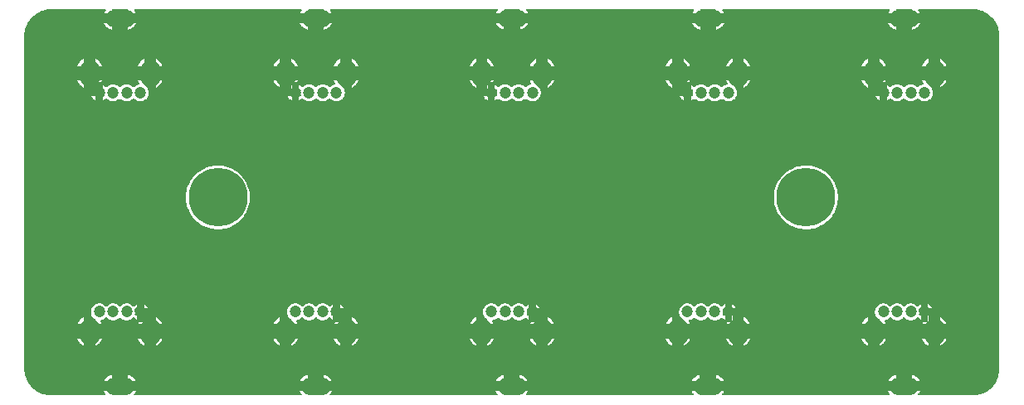
<source format=gtl>
G04 Layer: TopLayer*
G04 EasyEDA v6.5.9, 2022-09-16 17:49:15*
G04 a67cddfb3fce44daa9051d46cbbcc19f,10*
G04 Gerber Generator version 0.2*
G04 Scale: 100 percent, Rotated: No, Reflected: No *
G04 Dimensions in millimeters *
G04 leading zeros omitted , absolute positions ,4 integer and 5 decimal *
%FSLAX45Y45*%
%MOMM*%

%ADD10C,1.1999*%
%ADD11C,6.0000*%
%ADD12C,1.2700*%
%ADD13C,2.1000*%
%ADD14C,1.8000*%
%ADD15C,0.0111*%

%LPD*%
G36*
X300685Y25908D02*
G01*
X278079Y26822D01*
X256743Y29362D01*
X235610Y33629D01*
X214934Y39471D01*
X194767Y46939D01*
X175209Y55981D01*
X156464Y66548D01*
X138582Y78536D01*
X121716Y91846D01*
X105918Y106476D01*
X91338Y122326D01*
X78028Y139242D01*
X66141Y157124D01*
X55626Y175920D01*
X46634Y195478D01*
X39217Y215696D01*
X33426Y236423D01*
X29260Y257505D01*
X26771Y278892D01*
X25908Y300685D01*
X25908Y3699306D01*
X26822Y3721912D01*
X29362Y3743248D01*
X33629Y3764381D01*
X39471Y3785057D01*
X46939Y3805224D01*
X55981Y3824782D01*
X66548Y3843528D01*
X78536Y3861409D01*
X91846Y3878275D01*
X106476Y3894074D01*
X122326Y3908653D01*
X139242Y3921963D01*
X157124Y3933901D01*
X175920Y3944365D01*
X195478Y3953357D01*
X215696Y3960774D01*
X236423Y3966565D01*
X257505Y3970731D01*
X278892Y3973220D01*
X300685Y3974084D01*
X847242Y3974084D01*
X851052Y3973322D01*
X854354Y3971188D01*
X856538Y3967987D01*
X857402Y3964127D01*
X856691Y3960266D01*
X854608Y3956964D01*
X851712Y3953865D01*
X843178Y3942130D01*
X837285Y3931361D01*
X919683Y3931361D01*
X919683Y3963924D01*
X920445Y3967835D01*
X922629Y3971137D01*
X925931Y3973322D01*
X929843Y3974084D01*
X1072184Y3974084D01*
X1076096Y3973322D01*
X1079398Y3971137D01*
X1081582Y3967835D01*
X1082344Y3963924D01*
X1082344Y3931361D01*
X1164793Y3931361D01*
X1158849Y3942130D01*
X1150315Y3953865D01*
X1147419Y3956964D01*
X1145336Y3960266D01*
X1144625Y3964127D01*
X1145489Y3967987D01*
X1147724Y3971188D01*
X1150975Y3973322D01*
X1154785Y3974084D01*
X2847238Y3974084D01*
X2851048Y3973322D01*
X2854350Y3971188D01*
X2856534Y3967987D01*
X2857398Y3964127D01*
X2856687Y3960266D01*
X2854655Y3956964D01*
X2851708Y3953865D01*
X2843174Y3942130D01*
X2837281Y3931361D01*
X2919679Y3931361D01*
X2919679Y3963924D01*
X2920441Y3967835D01*
X2922625Y3971137D01*
X2925927Y3973322D01*
X2929839Y3974084D01*
X3072180Y3974084D01*
X3076092Y3973322D01*
X3079394Y3971137D01*
X3081578Y3967835D01*
X3082340Y3963924D01*
X3082340Y3931361D01*
X3164789Y3931361D01*
X3158845Y3942130D01*
X3150311Y3953865D01*
X3147415Y3956964D01*
X3145332Y3960266D01*
X3144672Y3964127D01*
X3145485Y3967987D01*
X3147720Y3971188D01*
X3150971Y3973322D01*
X3154781Y3974084D01*
X4847234Y3974084D01*
X4851044Y3973322D01*
X4854346Y3971188D01*
X4856530Y3967987D01*
X4857394Y3964127D01*
X4856734Y3960266D01*
X4854651Y3956964D01*
X4851704Y3953865D01*
X4843170Y3942130D01*
X4837277Y3931361D01*
X4919675Y3931361D01*
X4919675Y3963924D01*
X4920437Y3967835D01*
X4922621Y3971137D01*
X4925923Y3973322D01*
X4929835Y3974084D01*
X5072227Y3974084D01*
X5076088Y3973322D01*
X5079390Y3971137D01*
X5081574Y3967835D01*
X5082387Y3963924D01*
X5082387Y3931361D01*
X5164785Y3931361D01*
X5158841Y3942130D01*
X5150307Y3953865D01*
X5147411Y3956964D01*
X5145328Y3960266D01*
X5144668Y3964127D01*
X5145481Y3967987D01*
X5147716Y3971188D01*
X5150967Y3973322D01*
X5154828Y3974084D01*
X6847230Y3974084D01*
X6851040Y3973322D01*
X6854342Y3971188D01*
X6856526Y3967987D01*
X6857390Y3964127D01*
X6856730Y3960266D01*
X6854647Y3956964D01*
X6851700Y3953865D01*
X6843166Y3942130D01*
X6837273Y3931361D01*
X6919671Y3931361D01*
X6919671Y3963924D01*
X6920433Y3967835D01*
X6922617Y3971137D01*
X6925919Y3973322D01*
X6929831Y3974084D01*
X7072223Y3974084D01*
X7076084Y3973322D01*
X7079386Y3971137D01*
X7081570Y3967835D01*
X7082383Y3963924D01*
X7082383Y3931361D01*
X7164781Y3931361D01*
X7158837Y3942130D01*
X7150303Y3953865D01*
X7147407Y3956964D01*
X7145324Y3960266D01*
X7144664Y3964127D01*
X7145477Y3967987D01*
X7147712Y3971188D01*
X7150963Y3973322D01*
X7154824Y3974084D01*
X8847226Y3974084D01*
X8851087Y3973322D01*
X8854338Y3971188D01*
X8856573Y3967987D01*
X8857386Y3964127D01*
X8856726Y3960266D01*
X8854643Y3956964D01*
X8851747Y3953865D01*
X8843162Y3942130D01*
X8837269Y3931361D01*
X8919667Y3931361D01*
X8919667Y3963924D01*
X8920429Y3967835D01*
X8922664Y3971137D01*
X8925915Y3973322D01*
X8929827Y3974084D01*
X9072219Y3974084D01*
X9076080Y3973322D01*
X9079382Y3971137D01*
X9081617Y3967835D01*
X9082379Y3963924D01*
X9082379Y3931361D01*
X9164777Y3931361D01*
X9158884Y3942130D01*
X9150299Y3953865D01*
X9147403Y3956964D01*
X9145320Y3960266D01*
X9144660Y3964127D01*
X9145473Y3967987D01*
X9147708Y3971188D01*
X9150959Y3973322D01*
X9154820Y3974084D01*
X9699294Y3974084D01*
X9721900Y3973169D01*
X9743287Y3970629D01*
X9764369Y3966413D01*
X9785045Y3960520D01*
X9805263Y3953052D01*
X9824770Y3944010D01*
X9843516Y3933444D01*
X9861397Y3921506D01*
X9878314Y3908145D01*
X9894062Y3893515D01*
X9908641Y3877665D01*
X9921951Y3860749D01*
X9933889Y3842867D01*
X9944354Y3824071D01*
X9953345Y3804513D01*
X9960762Y3784295D01*
X9966553Y3763568D01*
X9970770Y3742486D01*
X9973259Y3721100D01*
X9974072Y3699306D01*
X9974072Y300685D01*
X9973157Y278079D01*
X9970617Y256743D01*
X9966401Y235610D01*
X9960508Y214934D01*
X9953040Y194767D01*
X9943998Y175209D01*
X9933482Y156464D01*
X9921494Y138582D01*
X9908133Y121716D01*
X9893503Y105918D01*
X9877704Y91338D01*
X9860788Y78028D01*
X9842855Y66141D01*
X9824059Y55626D01*
X9804501Y46634D01*
X9784334Y39217D01*
X9763607Y33426D01*
X9742474Y29260D01*
X9721088Y26771D01*
X9699294Y25908D01*
X9152788Y25908D01*
X9148927Y26670D01*
X9145676Y28803D01*
X9143441Y32054D01*
X9142628Y35864D01*
X9143288Y39725D01*
X9145371Y43027D01*
X9148267Y46126D01*
X9156852Y57912D01*
X9162745Y68630D01*
X9080347Y68630D01*
X9080347Y36068D01*
X9079585Y32156D01*
X9077350Y28905D01*
X9074048Y26670D01*
X9070187Y25908D01*
X8927795Y25908D01*
X8923883Y26670D01*
X8920632Y28905D01*
X8918397Y32156D01*
X8917635Y36068D01*
X8917635Y68630D01*
X8835237Y68630D01*
X8841130Y57912D01*
X8849715Y46126D01*
X8852611Y43027D01*
X8854694Y39725D01*
X8855354Y35864D01*
X8854541Y32054D01*
X8852306Y28803D01*
X8849055Y26670D01*
X8845194Y25908D01*
X7152792Y25908D01*
X7148931Y26670D01*
X7145680Y28803D01*
X7143445Y32054D01*
X7142632Y35864D01*
X7143292Y39725D01*
X7145375Y43027D01*
X7148271Y46126D01*
X7156805Y57912D01*
X7162749Y68630D01*
X7080351Y68630D01*
X7080351Y36068D01*
X7079538Y32156D01*
X7077354Y28905D01*
X7074052Y26670D01*
X7070191Y25908D01*
X6927799Y25908D01*
X6923887Y26670D01*
X6920585Y28905D01*
X6918401Y32156D01*
X6917639Y36068D01*
X6917639Y68630D01*
X6835241Y68630D01*
X6841134Y57912D01*
X6849668Y46126D01*
X6852615Y43027D01*
X6854698Y39725D01*
X6855358Y35864D01*
X6854494Y32054D01*
X6852310Y28803D01*
X6849008Y26670D01*
X6845198Y25908D01*
X5152796Y25908D01*
X5148935Y26670D01*
X5145684Y28803D01*
X5143449Y32054D01*
X5142636Y35864D01*
X5143296Y39725D01*
X5145379Y43027D01*
X5148275Y46126D01*
X5156809Y57912D01*
X5162753Y68630D01*
X5080355Y68630D01*
X5080355Y36068D01*
X5079542Y32156D01*
X5077358Y28905D01*
X5074056Y26670D01*
X5070195Y25908D01*
X4927803Y25908D01*
X4923891Y26670D01*
X4920589Y28905D01*
X4918405Y32156D01*
X4917643Y36068D01*
X4917643Y68630D01*
X4835245Y68630D01*
X4841138Y57912D01*
X4849672Y46126D01*
X4852619Y43027D01*
X4854702Y39725D01*
X4855362Y35864D01*
X4854498Y32054D01*
X4852314Y28803D01*
X4849012Y26670D01*
X4845202Y25908D01*
X3152749Y25908D01*
X3148939Y26670D01*
X3145688Y28803D01*
X3143453Y32054D01*
X3142640Y35864D01*
X3143300Y39725D01*
X3145383Y43027D01*
X3148279Y46126D01*
X3156813Y57912D01*
X3162757Y68630D01*
X3080308Y68630D01*
X3080308Y36068D01*
X3079546Y32156D01*
X3077362Y28905D01*
X3074060Y26670D01*
X3070148Y25908D01*
X2927807Y25908D01*
X2923895Y26670D01*
X2920593Y28905D01*
X2918409Y32156D01*
X2917647Y36068D01*
X2917647Y68630D01*
X2835249Y68630D01*
X2841142Y57912D01*
X2849676Y46126D01*
X2852623Y43027D01*
X2854655Y39725D01*
X2855366Y35864D01*
X2854502Y32054D01*
X2852318Y28803D01*
X2849016Y26670D01*
X2845206Y25908D01*
X1152753Y25908D01*
X1148943Y26670D01*
X1145692Y28803D01*
X1143457Y32054D01*
X1142593Y35864D01*
X1143304Y39725D01*
X1145387Y43027D01*
X1148283Y46126D01*
X1156817Y57912D01*
X1162761Y68630D01*
X1080312Y68630D01*
X1080312Y36068D01*
X1079550Y32156D01*
X1077366Y28905D01*
X1074064Y26670D01*
X1070152Y25908D01*
X927811Y25908D01*
X923899Y26670D01*
X920597Y28905D01*
X918413Y32156D01*
X917651Y36068D01*
X917651Y68630D01*
X835253Y68630D01*
X841146Y57912D01*
X849680Y46126D01*
X852576Y43027D01*
X854659Y39725D01*
X855370Y35864D01*
X854506Y32054D01*
X852322Y28803D01*
X849020Y26670D01*
X845210Y25908D01*
G37*

%LPC*%
G36*
X2006295Y1724152D02*
G01*
X2031542Y1725625D01*
X2056587Y1729079D01*
X2081275Y1734413D01*
X2105507Y1741678D01*
X2129078Y1750771D01*
X2151888Y1761693D01*
X2173782Y1774291D01*
X2194610Y1788617D01*
X2214270Y1804466D01*
X2232660Y1821789D01*
X2249678Y1840534D01*
X2265121Y1860499D01*
X2279040Y1881632D01*
X2291232Y1903730D01*
X2301697Y1926742D01*
X2310333Y1950516D01*
X2317140Y1974850D01*
X2321966Y1999640D01*
X2324912Y2024735D01*
X2325878Y2050034D01*
X2324912Y2075281D01*
X2321966Y2100376D01*
X2317140Y2125167D01*
X2310333Y2149500D01*
X2301697Y2173274D01*
X2291232Y2196287D01*
X2279040Y2218385D01*
X2265121Y2239518D01*
X2249678Y2259482D01*
X2232660Y2278227D01*
X2214270Y2295550D01*
X2194610Y2311400D01*
X2173782Y2325725D01*
X2151888Y2338374D01*
X2129078Y2349246D01*
X2105507Y2358339D01*
X2081275Y2365603D01*
X2056587Y2370937D01*
X2031542Y2374392D01*
X2006295Y2375865D01*
X1981047Y2375357D01*
X1955901Y2372918D01*
X1931009Y2368550D01*
X1906524Y2362200D01*
X1882597Y2354021D01*
X1859432Y2344013D01*
X1837029Y2332228D01*
X1815693Y2318766D01*
X1795373Y2303678D01*
X1776374Y2287066D01*
X1758645Y2269032D01*
X1742389Y2249678D01*
X1727707Y2229104D01*
X1714652Y2207463D01*
X1703324Y2184857D01*
X1693773Y2161489D01*
X1686052Y2137410D01*
X1680210Y2112822D01*
X1676298Y2087829D01*
X1674368Y2062632D01*
X1674368Y2037384D01*
X1676298Y2012188D01*
X1680210Y1987194D01*
X1686052Y1962607D01*
X1693773Y1938528D01*
X1703324Y1915160D01*
X1714652Y1892554D01*
X1727707Y1870913D01*
X1742389Y1850389D01*
X1758645Y1830984D01*
X1776374Y1812950D01*
X1795373Y1796338D01*
X1815693Y1781251D01*
X1837029Y1767789D01*
X1859432Y1756003D01*
X1882597Y1745996D01*
X1906524Y1737817D01*
X1931009Y1731518D01*
X1955901Y1727098D01*
X1981047Y1724660D01*
G37*
G36*
X3082340Y3766362D02*
G01*
X3089859Y3767785D01*
X3103676Y3772255D01*
X3116834Y3778453D01*
X3129127Y3786276D01*
X3140354Y3795522D01*
X3150311Y3806139D01*
X3158845Y3817924D01*
X3164789Y3828643D01*
X3082340Y3828643D01*
G37*
G36*
X6919671Y3766362D02*
G01*
X6919671Y3828643D01*
X6837273Y3828643D01*
X6843166Y3817924D01*
X6851700Y3806139D01*
X6861708Y3795522D01*
X6872884Y3786276D01*
X6885178Y3778453D01*
X6898335Y3772255D01*
X6912203Y3767785D01*
G37*
G36*
X7082383Y3766362D02*
G01*
X7089851Y3767785D01*
X7103668Y3772255D01*
X7116825Y3778453D01*
X7129119Y3786276D01*
X7140346Y3795522D01*
X7150303Y3806139D01*
X7158837Y3817924D01*
X7164781Y3828643D01*
X7082383Y3828643D01*
G37*
G36*
X8919667Y3766362D02*
G01*
X8919667Y3828643D01*
X8837269Y3828643D01*
X8843162Y3817924D01*
X8851747Y3806139D01*
X8861704Y3795522D01*
X8872880Y3786276D01*
X8885174Y3778453D01*
X8898331Y3772255D01*
X8912199Y3767785D01*
G37*
G36*
X919683Y3766362D02*
G01*
X919683Y3828643D01*
X837285Y3828643D01*
X843178Y3817924D01*
X851712Y3806139D01*
X861669Y3795522D01*
X872896Y3786276D01*
X885190Y3778453D01*
X898347Y3772255D01*
X912215Y3767785D01*
G37*
G36*
X2919679Y3766362D02*
G01*
X2919679Y3828643D01*
X2837281Y3828643D01*
X2843174Y3817924D01*
X2851708Y3806139D01*
X2861665Y3795522D01*
X2872892Y3786276D01*
X2885186Y3778453D01*
X2898343Y3772255D01*
X2912211Y3767785D01*
G37*
G36*
X1082344Y3766362D02*
G01*
X1089812Y3767785D01*
X1103680Y3772255D01*
X1116838Y3778453D01*
X1129131Y3786276D01*
X1140358Y3795522D01*
X1150315Y3806139D01*
X1158849Y3817924D01*
X1164793Y3828643D01*
X1082344Y3828643D01*
G37*
G36*
X5082387Y3766362D02*
G01*
X5089855Y3767785D01*
X5103672Y3772255D01*
X5116830Y3778453D01*
X5129123Y3786276D01*
X5140350Y3795522D01*
X5150307Y3806139D01*
X5158841Y3817924D01*
X5164785Y3828643D01*
X5082387Y3828643D01*
G37*
G36*
X9082379Y3766362D02*
G01*
X9089847Y3767785D01*
X9103664Y3772255D01*
X9116822Y3778453D01*
X9129115Y3786276D01*
X9140342Y3795522D01*
X9150299Y3806139D01*
X9158884Y3817924D01*
X9164777Y3828643D01*
X9082379Y3828643D01*
G37*
G36*
X6835241Y171348D02*
G01*
X6917639Y171348D01*
X6917639Y233679D01*
X6910171Y232257D01*
X6896303Y227736D01*
X6883146Y221538D01*
X6870852Y213766D01*
X6859676Y204470D01*
X6849668Y193852D01*
X6841134Y182067D01*
G37*
G36*
X8835237Y171348D02*
G01*
X8917635Y171348D01*
X8917635Y233679D01*
X8910167Y232257D01*
X8896299Y227736D01*
X8883142Y221538D01*
X8870848Y213766D01*
X8859672Y204470D01*
X8849715Y193852D01*
X8841130Y182067D01*
G37*
G36*
X1080312Y171348D02*
G01*
X1162761Y171348D01*
X1156817Y182067D01*
X1148283Y193852D01*
X1138326Y204470D01*
X1127099Y213766D01*
X1114806Y221538D01*
X1101648Y227736D01*
X1087780Y232257D01*
X1080312Y233679D01*
G37*
G36*
X5080355Y171348D02*
G01*
X5162753Y171348D01*
X5156809Y182067D01*
X5148275Y193852D01*
X5138318Y204470D01*
X5127091Y213766D01*
X5114798Y221538D01*
X5101640Y227736D01*
X5087823Y232257D01*
X5080355Y233679D01*
G37*
G36*
X7080351Y171348D02*
G01*
X7162749Y171348D01*
X7156805Y182067D01*
X7148271Y193852D01*
X7138314Y204470D01*
X7127087Y213766D01*
X7114794Y221538D01*
X7101636Y227736D01*
X7087819Y232257D01*
X7080351Y233679D01*
G37*
G36*
X3080308Y171348D02*
G01*
X3162757Y171348D01*
X3156813Y182067D01*
X3148279Y193852D01*
X3138322Y204470D01*
X3127095Y213766D01*
X3114802Y221538D01*
X3101644Y227736D01*
X3087827Y232257D01*
X3080308Y233679D01*
G37*
G36*
X4835245Y171348D02*
G01*
X4917643Y171348D01*
X4917643Y233679D01*
X4910175Y232257D01*
X4896307Y227736D01*
X4883150Y221538D01*
X4870856Y213766D01*
X4859629Y204470D01*
X4849672Y193852D01*
X4841138Y182067D01*
G37*
G36*
X835253Y171348D02*
G01*
X917651Y171348D01*
X917651Y233679D01*
X910183Y232257D01*
X896315Y227736D01*
X883158Y221538D01*
X870864Y213766D01*
X859637Y204470D01*
X849680Y193852D01*
X841146Y182067D01*
G37*
G36*
X2835249Y171348D02*
G01*
X2917647Y171348D01*
X2917647Y233679D01*
X2910179Y232257D01*
X2896311Y227736D01*
X2883154Y221538D01*
X2870860Y213766D01*
X2859633Y204470D01*
X2849676Y193852D01*
X2841142Y182067D01*
G37*
G36*
X9080347Y171348D02*
G01*
X9162745Y171348D01*
X9156852Y182067D01*
X9148267Y193852D01*
X9138310Y204470D01*
X9127083Y213766D01*
X9114790Y221538D01*
X9101632Y227736D01*
X9087815Y232257D01*
X9080347Y233679D01*
G37*
G36*
X2633065Y533400D02*
G01*
X2633065Y606247D01*
X2568600Y606247D01*
X2574950Y591362D01*
X2582519Y578154D01*
X2591612Y565962D01*
X2602077Y554888D01*
X2613710Y545084D01*
X2626461Y536752D01*
G37*
G36*
X4750765Y533400D02*
G01*
X4757318Y536752D01*
X4770069Y545084D01*
X4781702Y554888D01*
X4792167Y565962D01*
X4801260Y578154D01*
X4808880Y591362D01*
X4815179Y606247D01*
X4750765Y606247D01*
G37*
G36*
X2750769Y533400D02*
G01*
X2757322Y536752D01*
X2770073Y545084D01*
X2781706Y554888D01*
X2792171Y565962D01*
X2801264Y578154D01*
X2808884Y591362D01*
X2815183Y606247D01*
X2750769Y606247D01*
G37*
G36*
X4633061Y533400D02*
G01*
X4633061Y606247D01*
X4568647Y606247D01*
X4574946Y591362D01*
X4582515Y578154D01*
X4591608Y565962D01*
X4602073Y554888D01*
X4613757Y545084D01*
X4626457Y536752D01*
G37*
G36*
X1249273Y533400D02*
G01*
X1249273Y606247D01*
X1184808Y606247D01*
X1191158Y591362D01*
X1198727Y578154D01*
X1207820Y565962D01*
X1218285Y554888D01*
X1229918Y545084D01*
X1242669Y536752D01*
G37*
G36*
X8750757Y533400D02*
G01*
X8757361Y536752D01*
X8770061Y545084D01*
X8781745Y554888D01*
X8792159Y565962D01*
X8801252Y578154D01*
X8808872Y591362D01*
X8815171Y606247D01*
X8750757Y606247D01*
G37*
G36*
X750773Y533400D02*
G01*
X757326Y536752D01*
X770077Y545084D01*
X781710Y554888D01*
X792175Y565962D01*
X801268Y578154D01*
X808888Y591362D01*
X815187Y606247D01*
X750773Y606247D01*
G37*
G36*
X633069Y533400D02*
G01*
X633069Y606247D01*
X568604Y606247D01*
X574954Y591362D01*
X582523Y578154D01*
X591616Y565962D01*
X602081Y554888D01*
X613714Y545084D01*
X626465Y536752D01*
G37*
G36*
X1366977Y533400D02*
G01*
X1373530Y536752D01*
X1386281Y545084D01*
X1397914Y554888D01*
X1408379Y565962D01*
X1417472Y578154D01*
X1425092Y591362D01*
X1431391Y606247D01*
X1366977Y606247D01*
G37*
G36*
X6750761Y533400D02*
G01*
X6757365Y536752D01*
X6770065Y545084D01*
X6781698Y554888D01*
X6792163Y565962D01*
X6801256Y578154D01*
X6808876Y591362D01*
X6815175Y606247D01*
X6750761Y606247D01*
G37*
G36*
X8633053Y533400D02*
G01*
X8633053Y606247D01*
X8568639Y606247D01*
X8574938Y591362D01*
X8582558Y578154D01*
X8591651Y565962D01*
X8602065Y554888D01*
X8613749Y545084D01*
X8626449Y536752D01*
G37*
G36*
X6633057Y533400D02*
G01*
X6633057Y606247D01*
X6568643Y606247D01*
X6574942Y591362D01*
X6582562Y578154D01*
X6591604Y565962D01*
X6602069Y554888D01*
X6613753Y545084D01*
X6626453Y536752D01*
G37*
G36*
X7366965Y533400D02*
G01*
X7373569Y536752D01*
X7386269Y545084D01*
X7397902Y554888D01*
X7408367Y565962D01*
X7417460Y578154D01*
X7425080Y591362D01*
X7431379Y606247D01*
X7366965Y606247D01*
G37*
G36*
X7249261Y533400D02*
G01*
X7249261Y606247D01*
X7184847Y606247D01*
X7191146Y591362D01*
X7198766Y578154D01*
X7207808Y565962D01*
X7218273Y554888D01*
X7229957Y545084D01*
X7242657Y536752D01*
G37*
G36*
X3366973Y533400D02*
G01*
X3373526Y536752D01*
X3386277Y545084D01*
X3397910Y554888D01*
X3408375Y565962D01*
X3417468Y578154D01*
X3425088Y591362D01*
X3431387Y606247D01*
X3366973Y606247D01*
G37*
G36*
X5366969Y533400D02*
G01*
X5373522Y536752D01*
X5386273Y545084D01*
X5397906Y554888D01*
X5408371Y565962D01*
X5417464Y578154D01*
X5425084Y591362D01*
X5431383Y606247D01*
X5366969Y606247D01*
G37*
G36*
X3249269Y533400D02*
G01*
X3249269Y606247D01*
X3184804Y606247D01*
X3191154Y591362D01*
X3198723Y578154D01*
X3207816Y565962D01*
X3218281Y554888D01*
X3229914Y545084D01*
X3242665Y536752D01*
G37*
G36*
X5249265Y533400D02*
G01*
X5249265Y606247D01*
X5184851Y606247D01*
X5191150Y591362D01*
X5198719Y578154D01*
X5207812Y565962D01*
X5218277Y554888D01*
X5229961Y545084D01*
X5242661Y536752D01*
G37*
G36*
X9249257Y533400D02*
G01*
X9249257Y606247D01*
X9184843Y606247D01*
X9191142Y591362D01*
X9198762Y578154D01*
X9207855Y565962D01*
X9218269Y554888D01*
X9229953Y545084D01*
X9242653Y536752D01*
G37*
G36*
X9366961Y533400D02*
G01*
X9373565Y536752D01*
X9386265Y545084D01*
X9397949Y554888D01*
X9408363Y565962D01*
X9417456Y578154D01*
X9425076Y591362D01*
X9431375Y606247D01*
X9366961Y606247D01*
G37*
G36*
X6568643Y753922D02*
G01*
X6633057Y753922D01*
X6633057Y826769D01*
X6626453Y823417D01*
X6613753Y815086D01*
X6602069Y805281D01*
X6591604Y794207D01*
X6582562Y782015D01*
X6574942Y768807D01*
G37*
G36*
X1366977Y753922D02*
G01*
X1431391Y753922D01*
X1425092Y768807D01*
X1417472Y782015D01*
X1408379Y794207D01*
X1397914Y805281D01*
X1386281Y815086D01*
X1373530Y823417D01*
X1366977Y826769D01*
G37*
G36*
X568604Y753922D02*
G01*
X633069Y753922D01*
X633069Y826769D01*
X626465Y823417D01*
X613714Y815086D01*
X602081Y805281D01*
X591616Y794207D01*
X582523Y782015D01*
X574954Y768807D01*
G37*
G36*
X4568647Y753922D02*
G01*
X4633061Y753922D01*
X4633061Y826769D01*
X4626457Y823417D01*
X4613757Y815086D01*
X4602073Y805281D01*
X4591608Y794207D01*
X4582515Y782015D01*
X4574946Y768807D01*
G37*
G36*
X8568639Y753922D02*
G01*
X8633053Y753922D01*
X8633053Y826769D01*
X8626449Y823417D01*
X8613749Y815086D01*
X8602065Y805281D01*
X8591651Y794207D01*
X8582558Y782015D01*
X8574938Y768807D01*
G37*
G36*
X2568600Y753922D02*
G01*
X2633065Y753922D01*
X2633065Y826769D01*
X2626461Y823417D01*
X2613710Y815086D01*
X2602077Y805281D01*
X2591612Y794207D01*
X2582519Y782015D01*
X2574950Y768807D01*
G37*
G36*
X7366965Y753922D02*
G01*
X7431379Y753922D01*
X7425080Y768807D01*
X7417460Y782015D01*
X7408367Y794207D01*
X7397902Y805281D01*
X7386269Y815086D01*
X7373569Y823417D01*
X7366965Y826769D01*
G37*
G36*
X5366969Y753922D02*
G01*
X5431383Y753922D01*
X5425084Y768807D01*
X5417464Y782015D01*
X5408371Y794207D01*
X5397906Y805281D01*
X5386273Y815086D01*
X5373522Y823417D01*
X5366969Y826769D01*
G37*
G36*
X3366973Y753922D02*
G01*
X3431387Y753922D01*
X3425088Y768807D01*
X3417468Y782015D01*
X3408375Y794207D01*
X3397910Y805281D01*
X3386277Y815086D01*
X3373526Y823417D01*
X3366973Y826769D01*
G37*
G36*
X9366961Y753922D02*
G01*
X9431375Y753922D01*
X9425076Y768807D01*
X9417456Y782015D01*
X9408363Y794207D01*
X9397949Y805281D01*
X9386265Y815086D01*
X9373565Y823417D01*
X9366961Y826769D01*
G37*
G36*
X1184808Y753922D02*
G01*
X1249273Y753922D01*
X1249273Y842213D01*
X1249527Y843635D01*
X1246174Y843635D01*
X1246174Y787603D01*
X1245565Y784250D01*
X1243888Y781253D01*
X1241348Y778967D01*
X1238148Y777697D01*
X1224178Y774750D01*
X1209090Y773785D01*
X1194612Y774852D01*
X1191158Y768807D01*
G37*
G36*
X7184847Y753922D02*
G01*
X7249261Y753922D01*
X7249261Y842213D01*
X7249515Y843635D01*
X7246162Y843635D01*
X7246162Y787603D01*
X7245553Y784250D01*
X7243876Y781253D01*
X7241336Y778967D01*
X7238136Y777697D01*
X7224217Y774750D01*
X7209078Y773785D01*
X7194600Y774852D01*
X7191146Y768807D01*
G37*
G36*
X3184804Y753922D02*
G01*
X3249269Y753922D01*
X3249269Y842213D01*
X3249523Y843635D01*
X3246170Y843635D01*
X3246170Y787603D01*
X3245561Y784250D01*
X3243884Y781253D01*
X3241344Y778967D01*
X3238144Y777697D01*
X3224174Y774750D01*
X3209086Y773785D01*
X3194608Y774852D01*
X3191154Y768807D01*
G37*
G36*
X5184851Y753922D02*
G01*
X5249265Y753922D01*
X5249265Y842213D01*
X5249519Y843635D01*
X5246166Y843635D01*
X5246166Y787603D01*
X5245557Y784250D01*
X5243880Y781253D01*
X5241340Y778967D01*
X5238140Y777697D01*
X5224221Y774750D01*
X5209082Y773785D01*
X5194604Y774852D01*
X5191150Y768807D01*
G37*
G36*
X9184843Y753922D02*
G01*
X9249257Y753922D01*
X9249257Y842213D01*
X9249562Y843635D01*
X9246158Y843635D01*
X9246158Y787603D01*
X9245549Y784250D01*
X9243923Y781253D01*
X9241332Y778967D01*
X9238132Y777697D01*
X9224213Y774750D01*
X9209074Y773785D01*
X9194596Y774852D01*
X9191142Y768807D01*
G37*
G36*
X750773Y753922D02*
G01*
X815187Y753922D01*
X808888Y768807D01*
X801674Y781253D01*
X800455Y784860D01*
X800608Y788619D01*
X802132Y792124D01*
X804824Y794766D01*
X808329Y796290D01*
X814374Y797560D01*
X825855Y801878D01*
X836625Y807720D01*
X846429Y815086D01*
X852982Y821639D01*
X856284Y823823D01*
X860196Y824636D01*
X864057Y823823D01*
X867359Y821639D01*
X873912Y815086D01*
X883716Y807720D01*
X894486Y801878D01*
X905967Y797560D01*
X917905Y794969D01*
X930148Y794105D01*
X942390Y794969D01*
X954328Y797560D01*
X965809Y801878D01*
X976579Y807720D01*
X986383Y815086D01*
X992835Y821486D01*
X996137Y823721D01*
X999998Y824484D01*
X1003909Y823721D01*
X1007160Y821486D01*
X1013612Y815086D01*
X1023416Y807720D01*
X1034186Y801878D01*
X1045667Y797560D01*
X1057605Y794969D01*
X1069848Y794105D01*
X1082090Y794969D01*
X1094028Y797560D01*
X1105509Y801878D01*
X1116279Y807720D01*
X1126083Y815086D01*
X1132636Y821639D01*
X1135938Y823823D01*
X1139850Y824636D01*
X1143711Y823823D01*
X1147013Y821639D01*
X1153566Y815086D01*
X1163370Y807720D01*
X1173480Y802233D01*
X1173480Y843635D01*
X1162202Y843635D01*
X1157833Y844651D01*
X1154277Y847445D01*
X1152347Y851458D01*
X1152296Y855980D01*
X1154836Y867765D01*
X1155750Y879957D01*
X1154836Y892200D01*
X1152296Y903986D01*
X1152347Y908507D01*
X1154277Y912520D01*
X1157833Y915314D01*
X1162202Y916330D01*
X1173480Y916330D01*
X1173480Y957732D01*
X1163370Y952246D01*
X1153566Y944880D01*
X1147013Y938326D01*
X1143711Y936142D01*
X1139850Y935329D01*
X1135938Y936142D01*
X1132636Y938326D01*
X1126083Y944880D01*
X1116279Y952246D01*
X1105509Y958087D01*
X1094028Y962406D01*
X1082090Y964996D01*
X1069848Y965860D01*
X1057605Y964996D01*
X1045667Y962406D01*
X1034186Y958087D01*
X1023416Y952246D01*
X1013612Y944880D01*
X1007160Y938479D01*
X1003909Y936244D01*
X999998Y935482D01*
X996137Y936244D01*
X992835Y938479D01*
X986383Y944880D01*
X976579Y952246D01*
X965809Y958087D01*
X954328Y962406D01*
X942390Y964996D01*
X930148Y965860D01*
X917905Y964996D01*
X905967Y962406D01*
X894486Y958087D01*
X883716Y952246D01*
X873912Y944880D01*
X867359Y938326D01*
X864057Y936142D01*
X860196Y935329D01*
X856284Y936142D01*
X852982Y938326D01*
X846429Y944880D01*
X836625Y952246D01*
X825855Y958087D01*
X814374Y962406D01*
X802436Y964996D01*
X790194Y965860D01*
X777951Y964996D01*
X766013Y962406D01*
X754532Y958087D01*
X743762Y952246D01*
X733958Y944880D01*
X725271Y936244D01*
X717956Y926388D01*
X712063Y915669D01*
X707796Y904189D01*
X705205Y892200D01*
X704342Y879957D01*
X705205Y867765D01*
X707796Y855776D01*
X712063Y844296D01*
X717956Y833577D01*
X725271Y823721D01*
X733958Y815086D01*
X743762Y807720D01*
X748284Y804570D01*
X750112Y801471D01*
X750773Y797915D01*
G37*
G36*
X4750765Y753922D02*
G01*
X4815179Y753922D01*
X4808880Y768807D01*
X4801666Y781253D01*
X4800447Y784860D01*
X4800600Y788619D01*
X4802124Y792124D01*
X4804816Y794766D01*
X4808321Y796290D01*
X4814366Y797560D01*
X4825847Y801878D01*
X4836617Y807720D01*
X4846421Y815086D01*
X4852974Y821639D01*
X4856276Y823823D01*
X4860188Y824636D01*
X4864049Y823823D01*
X4867351Y821639D01*
X4873904Y815086D01*
X4883708Y807720D01*
X4894478Y801878D01*
X4905959Y797560D01*
X4917948Y794969D01*
X4930140Y794105D01*
X4942382Y794969D01*
X4954320Y797560D01*
X4965801Y801878D01*
X4976571Y807720D01*
X4986375Y815086D01*
X4992827Y821486D01*
X4996129Y823721D01*
X4999990Y824484D01*
X5003901Y823721D01*
X5007203Y821486D01*
X5013604Y815086D01*
X5023408Y807720D01*
X5034178Y801878D01*
X5045659Y797560D01*
X5057648Y794969D01*
X5069840Y794105D01*
X5082082Y794969D01*
X5094020Y797560D01*
X5105501Y801878D01*
X5116271Y807720D01*
X5126075Y815086D01*
X5132628Y821639D01*
X5135930Y823823D01*
X5139842Y824636D01*
X5143703Y823823D01*
X5147005Y821639D01*
X5153558Y815086D01*
X5163362Y807720D01*
X5173472Y802233D01*
X5173472Y843635D01*
X5162194Y843635D01*
X5157825Y844651D01*
X5154320Y847445D01*
X5152339Y851458D01*
X5152288Y855980D01*
X5154828Y867765D01*
X5155742Y879957D01*
X5154828Y892200D01*
X5152288Y903986D01*
X5152339Y908507D01*
X5154320Y912520D01*
X5157825Y915314D01*
X5162194Y916330D01*
X5173472Y916330D01*
X5173472Y957732D01*
X5163362Y952246D01*
X5153558Y944880D01*
X5147005Y938326D01*
X5143703Y936142D01*
X5139842Y935329D01*
X5135930Y936142D01*
X5132628Y938326D01*
X5126075Y944880D01*
X5116271Y952246D01*
X5105501Y958087D01*
X5094020Y962406D01*
X5082082Y964996D01*
X5069840Y965860D01*
X5057648Y964996D01*
X5045659Y962406D01*
X5034178Y958087D01*
X5023408Y952246D01*
X5013604Y944880D01*
X5007203Y938479D01*
X5003901Y936244D01*
X4999990Y935482D01*
X4996129Y936244D01*
X4992827Y938479D01*
X4986375Y944880D01*
X4976571Y952246D01*
X4965801Y958087D01*
X4954320Y962406D01*
X4942382Y964996D01*
X4930140Y965860D01*
X4917948Y964996D01*
X4905959Y962406D01*
X4894478Y958087D01*
X4883708Y952246D01*
X4873904Y944880D01*
X4867351Y938326D01*
X4864049Y936142D01*
X4860188Y935329D01*
X4856276Y936142D01*
X4852974Y938326D01*
X4846421Y944880D01*
X4836617Y952246D01*
X4825847Y958087D01*
X4814366Y962406D01*
X4802428Y964996D01*
X4790186Y965860D01*
X4777994Y964996D01*
X4766005Y962406D01*
X4754524Y958087D01*
X4743754Y952246D01*
X4733950Y944880D01*
X4725314Y936244D01*
X4717948Y926388D01*
X4712055Y915669D01*
X4707788Y904189D01*
X4705197Y892200D01*
X4704334Y879957D01*
X4705197Y867765D01*
X4707788Y855776D01*
X4712055Y844296D01*
X4717948Y833577D01*
X4725314Y823721D01*
X4733950Y815086D01*
X4743754Y807720D01*
X4748276Y804570D01*
X4750104Y801471D01*
X4750765Y797915D01*
G37*
G36*
X6750761Y753922D02*
G01*
X6815175Y753922D01*
X6808876Y768807D01*
X6801713Y781253D01*
X6800443Y784860D01*
X6800596Y788619D01*
X6802120Y792124D01*
X6804812Y794766D01*
X6808317Y796290D01*
X6814413Y797560D01*
X6825894Y801878D01*
X6836613Y807720D01*
X6846417Y815086D01*
X6852970Y821639D01*
X6856272Y823823D01*
X6860184Y824636D01*
X6864045Y823823D01*
X6867347Y821639D01*
X6873900Y815086D01*
X6883704Y807720D01*
X6894474Y801878D01*
X6905955Y797560D01*
X6917944Y794969D01*
X6930136Y794105D01*
X6942378Y794969D01*
X6954367Y797560D01*
X6965848Y801878D01*
X6976567Y807720D01*
X6986371Y815086D01*
X6992823Y821486D01*
X6996125Y823721D01*
X6999986Y824484D01*
X7003897Y823721D01*
X7007199Y821486D01*
X7013600Y815086D01*
X7023404Y807720D01*
X7034174Y801878D01*
X7045655Y797560D01*
X7057644Y794969D01*
X7069836Y794105D01*
X7082078Y794969D01*
X7094067Y797560D01*
X7105548Y801878D01*
X7116267Y807720D01*
X7126071Y815086D01*
X7132624Y821639D01*
X7135926Y823823D01*
X7139838Y824636D01*
X7143699Y823823D01*
X7147001Y821639D01*
X7153554Y815086D01*
X7163358Y807720D01*
X7173468Y802233D01*
X7173468Y843635D01*
X7162190Y843635D01*
X7157821Y844651D01*
X7154316Y847445D01*
X7152335Y851458D01*
X7152284Y855980D01*
X7154875Y867765D01*
X7155738Y879957D01*
X7154875Y892200D01*
X7152284Y903986D01*
X7152335Y908507D01*
X7154316Y912520D01*
X7157821Y915314D01*
X7162190Y916330D01*
X7173468Y916330D01*
X7173468Y957732D01*
X7163358Y952246D01*
X7153554Y944880D01*
X7147001Y938326D01*
X7143699Y936142D01*
X7139838Y935329D01*
X7135926Y936142D01*
X7132624Y938326D01*
X7126071Y944880D01*
X7116267Y952246D01*
X7105548Y958087D01*
X7094067Y962406D01*
X7082078Y964996D01*
X7069836Y965860D01*
X7057644Y964996D01*
X7045655Y962406D01*
X7034174Y958087D01*
X7023404Y952246D01*
X7013600Y944880D01*
X7007199Y938479D01*
X7003897Y936244D01*
X6999986Y935482D01*
X6996125Y936244D01*
X6992823Y938479D01*
X6986371Y944880D01*
X6976567Y952246D01*
X6965848Y958087D01*
X6954367Y962406D01*
X6942378Y964996D01*
X6930136Y965860D01*
X6917944Y964996D01*
X6905955Y962406D01*
X6894474Y958087D01*
X6883704Y952246D01*
X6873900Y944880D01*
X6867347Y938326D01*
X6864045Y936142D01*
X6860184Y935329D01*
X6856272Y936142D01*
X6852970Y938326D01*
X6846417Y944880D01*
X6836613Y952246D01*
X6825894Y958087D01*
X6814413Y962406D01*
X6802424Y964996D01*
X6790181Y965860D01*
X6777990Y964996D01*
X6766001Y962406D01*
X6754520Y958087D01*
X6743750Y952246D01*
X6733946Y944880D01*
X6725310Y936244D01*
X6717944Y926388D01*
X6712102Y915669D01*
X6707784Y904189D01*
X6705193Y892200D01*
X6704330Y879957D01*
X6705193Y867765D01*
X6707784Y855776D01*
X6712102Y844296D01*
X6717944Y833577D01*
X6725310Y823721D01*
X6733946Y815086D01*
X6743750Y807720D01*
X6748272Y804570D01*
X6750100Y801471D01*
X6750761Y797915D01*
G37*
G36*
X8750757Y753922D02*
G01*
X8815171Y753922D01*
X8808872Y768807D01*
X8801709Y781253D01*
X8800439Y784860D01*
X8800592Y788619D01*
X8802116Y792124D01*
X8804859Y794766D01*
X8808313Y796290D01*
X8814409Y797560D01*
X8825890Y801878D01*
X8836609Y807720D01*
X8846413Y815086D01*
X8852966Y821639D01*
X8856268Y823823D01*
X8860180Y824636D01*
X8864041Y823823D01*
X8867343Y821639D01*
X8873896Y815086D01*
X8883700Y807720D01*
X8894470Y801878D01*
X8905951Y797560D01*
X8917940Y794969D01*
X8930132Y794105D01*
X8942374Y794969D01*
X8954363Y797560D01*
X8965844Y801878D01*
X8976563Y807720D01*
X8986367Y815086D01*
X8992819Y821486D01*
X8996121Y823721D01*
X8999982Y824484D01*
X9003893Y823721D01*
X9007195Y821486D01*
X9013596Y815086D01*
X9023400Y807720D01*
X9034170Y801878D01*
X9045651Y797560D01*
X9057640Y794969D01*
X9069832Y794105D01*
X9082074Y794969D01*
X9094063Y797560D01*
X9105544Y801878D01*
X9116263Y807720D01*
X9126067Y815086D01*
X9132620Y821639D01*
X9135922Y823823D01*
X9139834Y824636D01*
X9143695Y823823D01*
X9146997Y821639D01*
X9153550Y815086D01*
X9163354Y807720D01*
X9173464Y802233D01*
X9173464Y843635D01*
X9162237Y843635D01*
X9157817Y844651D01*
X9154312Y847445D01*
X9152331Y851458D01*
X9152280Y855980D01*
X9154871Y867765D01*
X9155734Y879957D01*
X9154871Y892200D01*
X9152280Y903986D01*
X9152331Y908507D01*
X9154312Y912520D01*
X9157817Y915314D01*
X9162237Y916330D01*
X9173464Y916330D01*
X9173464Y957732D01*
X9163354Y952246D01*
X9153550Y944880D01*
X9146997Y938326D01*
X9143695Y936142D01*
X9139834Y935329D01*
X9135922Y936142D01*
X9132620Y938326D01*
X9126067Y944880D01*
X9116263Y952246D01*
X9105544Y958087D01*
X9094063Y962406D01*
X9082074Y964996D01*
X9069832Y965860D01*
X9057640Y964996D01*
X9045651Y962406D01*
X9034170Y958087D01*
X9023400Y952246D01*
X9013596Y944880D01*
X9007195Y938479D01*
X9003893Y936244D01*
X8999982Y935482D01*
X8996121Y936244D01*
X8992819Y938479D01*
X8986367Y944880D01*
X8976563Y952246D01*
X8965844Y958087D01*
X8954363Y962406D01*
X8942374Y964996D01*
X8930132Y965860D01*
X8917940Y964996D01*
X8905951Y962406D01*
X8894470Y958087D01*
X8883700Y952246D01*
X8873896Y944880D01*
X8867343Y938326D01*
X8864041Y936142D01*
X8860180Y935329D01*
X8856268Y936142D01*
X8852966Y938326D01*
X8846413Y944880D01*
X8836609Y952246D01*
X8825890Y958087D01*
X8814409Y962406D01*
X8802420Y964996D01*
X8790178Y965860D01*
X8777986Y964996D01*
X8765997Y962406D01*
X8754516Y958087D01*
X8743746Y952246D01*
X8733942Y944880D01*
X8725306Y936244D01*
X8717940Y926388D01*
X8712098Y915669D01*
X8707780Y904189D01*
X8705189Y892200D01*
X8704326Y879957D01*
X8705189Y867765D01*
X8707780Y855776D01*
X8712098Y844296D01*
X8717940Y833577D01*
X8725306Y823721D01*
X8733942Y815086D01*
X8743746Y807720D01*
X8748268Y804570D01*
X8750096Y801471D01*
X8750757Y797915D01*
G37*
G36*
X2750769Y753922D02*
G01*
X2815183Y753922D01*
X2808884Y768807D01*
X2801670Y781253D01*
X2800451Y784860D01*
X2800604Y788619D01*
X2802128Y792124D01*
X2804820Y794766D01*
X2808325Y796290D01*
X2814370Y797560D01*
X2825851Y801878D01*
X2836621Y807720D01*
X2846425Y815086D01*
X2852978Y821639D01*
X2856280Y823823D01*
X2860192Y824636D01*
X2864053Y823823D01*
X2867355Y821639D01*
X2873908Y815086D01*
X2883712Y807720D01*
X2894482Y801878D01*
X2905963Y797560D01*
X2917952Y794969D01*
X2930144Y794105D01*
X2942386Y794969D01*
X2954324Y797560D01*
X2965805Y801878D01*
X2976575Y807720D01*
X2986379Y815086D01*
X2992831Y821486D01*
X2996133Y823721D01*
X2999994Y824484D01*
X3003905Y823721D01*
X3007207Y821486D01*
X3013608Y815086D01*
X3023412Y807720D01*
X3034182Y801878D01*
X3045663Y797560D01*
X3057652Y794969D01*
X3069844Y794105D01*
X3082086Y794969D01*
X3094024Y797560D01*
X3105505Y801878D01*
X3116275Y807720D01*
X3126079Y815086D01*
X3132632Y821639D01*
X3135934Y823823D01*
X3139846Y824636D01*
X3143707Y823823D01*
X3147009Y821639D01*
X3153562Y815086D01*
X3163366Y807720D01*
X3173476Y802233D01*
X3173476Y843635D01*
X3162198Y843635D01*
X3157829Y844651D01*
X3154324Y847445D01*
X3152343Y851458D01*
X3152292Y855980D01*
X3154832Y867765D01*
X3155746Y879957D01*
X3154832Y892200D01*
X3152292Y903986D01*
X3152343Y908507D01*
X3154324Y912520D01*
X3157829Y915314D01*
X3162198Y916330D01*
X3173476Y916330D01*
X3173476Y957732D01*
X3163366Y952246D01*
X3153562Y944880D01*
X3147009Y938326D01*
X3143707Y936142D01*
X3139846Y935329D01*
X3135934Y936142D01*
X3132632Y938326D01*
X3126079Y944880D01*
X3116275Y952246D01*
X3105505Y958087D01*
X3094024Y962406D01*
X3082086Y964996D01*
X3069844Y965860D01*
X3057652Y964996D01*
X3045663Y962406D01*
X3034182Y958087D01*
X3023412Y952246D01*
X3013608Y944880D01*
X3007207Y938479D01*
X3003905Y936244D01*
X2999994Y935482D01*
X2996133Y936244D01*
X2992831Y938479D01*
X2986379Y944880D01*
X2976575Y952246D01*
X2965805Y958087D01*
X2954324Y962406D01*
X2942386Y964996D01*
X2930144Y965860D01*
X2917952Y964996D01*
X2905963Y962406D01*
X2894482Y958087D01*
X2883712Y952246D01*
X2873908Y944880D01*
X2867355Y938326D01*
X2864053Y936142D01*
X2860192Y935329D01*
X2856280Y936142D01*
X2852978Y938326D01*
X2846425Y944880D01*
X2836621Y952246D01*
X2825851Y958087D01*
X2814370Y962406D01*
X2802432Y964996D01*
X2790190Y965860D01*
X2777998Y964996D01*
X2766009Y962406D01*
X2754528Y958087D01*
X2743758Y952246D01*
X2733954Y944880D01*
X2725318Y936244D01*
X2717952Y926388D01*
X2712059Y915669D01*
X2707792Y904189D01*
X2705201Y892200D01*
X2704338Y879957D01*
X2705201Y867765D01*
X2707792Y855776D01*
X2712059Y844296D01*
X2717952Y833577D01*
X2725318Y823721D01*
X2733954Y815086D01*
X2743758Y807720D01*
X2748280Y804570D01*
X2750108Y801471D01*
X2750769Y797915D01*
G37*
G36*
X4919675Y3766362D02*
G01*
X4919675Y3828643D01*
X4837277Y3828643D01*
X4843170Y3817924D01*
X4851704Y3806139D01*
X4861661Y3795522D01*
X4872888Y3786276D01*
X4885182Y3778453D01*
X4898339Y3772255D01*
X4912207Y3767785D01*
G37*
G36*
X4568647Y3393744D02*
G01*
X4633061Y3393744D01*
X4633061Y3466592D01*
X4626457Y3463290D01*
X4613757Y3454908D01*
X4602073Y3445103D01*
X4591608Y3434029D01*
X4582515Y3421837D01*
X4574946Y3408679D01*
G37*
G36*
X2568600Y3393744D02*
G01*
X2633065Y3393744D01*
X2633065Y3466592D01*
X2626461Y3463290D01*
X2613710Y3454908D01*
X2602077Y3445103D01*
X2591612Y3434029D01*
X2582519Y3421837D01*
X2574950Y3408679D01*
G37*
G36*
X4750765Y3393744D02*
G01*
X4815179Y3393744D01*
X4808880Y3408679D01*
X4801260Y3421837D01*
X4792167Y3434029D01*
X4781702Y3445103D01*
X4770069Y3454908D01*
X4757318Y3463290D01*
X4750765Y3466592D01*
G37*
G36*
X2750769Y3393744D02*
G01*
X2815183Y3393744D01*
X2808884Y3408679D01*
X2801264Y3421837D01*
X2792171Y3434029D01*
X2781706Y3445103D01*
X2770073Y3454908D01*
X2757322Y3463290D01*
X2750769Y3466592D01*
G37*
G36*
X8750757Y3393744D02*
G01*
X8815171Y3393744D01*
X8808872Y3408679D01*
X8801252Y3421837D01*
X8792159Y3434029D01*
X8781745Y3445103D01*
X8770061Y3454908D01*
X8757361Y3463290D01*
X8750757Y3466592D01*
G37*
G36*
X8568639Y3393744D02*
G01*
X8633053Y3393744D01*
X8633053Y3466592D01*
X8626449Y3463290D01*
X8613749Y3454908D01*
X8602065Y3445103D01*
X8591651Y3434029D01*
X8582558Y3421837D01*
X8574938Y3408679D01*
G37*
G36*
X6750761Y3393744D02*
G01*
X6815175Y3393744D01*
X6808876Y3408679D01*
X6801256Y3421837D01*
X6792163Y3434029D01*
X6781698Y3445103D01*
X6770065Y3454908D01*
X6757365Y3463290D01*
X6750761Y3466592D01*
G37*
G36*
X6568643Y3393744D02*
G01*
X6633057Y3393744D01*
X6633057Y3466592D01*
X6626453Y3463290D01*
X6613753Y3454908D01*
X6602069Y3445103D01*
X6591604Y3434029D01*
X6582562Y3421837D01*
X6574942Y3408679D01*
G37*
G36*
X9366961Y3393744D02*
G01*
X9431375Y3393744D01*
X9425076Y3408679D01*
X9417456Y3421837D01*
X9408363Y3434029D01*
X9397949Y3445103D01*
X9386265Y3454908D01*
X9373565Y3463290D01*
X9366961Y3466592D01*
G37*
G36*
X1184808Y3393744D02*
G01*
X1249273Y3393744D01*
X1249273Y3466592D01*
X1242669Y3463290D01*
X1229918Y3454908D01*
X1218285Y3445103D01*
X1207820Y3434029D01*
X1198727Y3421837D01*
X1191158Y3408679D01*
G37*
G36*
X750773Y3393744D02*
G01*
X815187Y3393744D01*
X808888Y3408679D01*
X801268Y3421837D01*
X792175Y3434029D01*
X781710Y3445103D01*
X770077Y3454908D01*
X757326Y3463290D01*
X750773Y3466592D01*
G37*
G36*
X568604Y3393744D02*
G01*
X633069Y3393744D01*
X633069Y3466592D01*
X626465Y3463290D01*
X613714Y3454908D01*
X602081Y3445103D01*
X591616Y3434029D01*
X582523Y3421837D01*
X574954Y3408679D01*
G37*
G36*
X9184843Y3393744D02*
G01*
X9249257Y3393744D01*
X9249257Y3466592D01*
X9242653Y3463290D01*
X9229953Y3454908D01*
X9218269Y3445103D01*
X9207855Y3434029D01*
X9198762Y3421837D01*
X9191142Y3408679D01*
G37*
G36*
X3184804Y3393744D02*
G01*
X3249269Y3393744D01*
X3249269Y3466592D01*
X3242665Y3463290D01*
X3229914Y3454908D01*
X3218281Y3445103D01*
X3207816Y3434029D01*
X3198723Y3421837D01*
X3191154Y3408679D01*
G37*
G36*
X3366973Y3393744D02*
G01*
X3431387Y3393744D01*
X3425088Y3408679D01*
X3417468Y3421837D01*
X3408375Y3434029D01*
X3397910Y3445103D01*
X3386277Y3454908D01*
X3373526Y3463290D01*
X3366973Y3466592D01*
G37*
G36*
X7184847Y3393744D02*
G01*
X7249261Y3393744D01*
X7249261Y3466592D01*
X7242657Y3463290D01*
X7229957Y3454908D01*
X7218273Y3445103D01*
X7207808Y3434029D01*
X7198766Y3421837D01*
X7191146Y3408679D01*
G37*
G36*
X5366969Y3393744D02*
G01*
X5431383Y3393744D01*
X5425084Y3408679D01*
X5417464Y3421837D01*
X5408371Y3434029D01*
X5397906Y3445103D01*
X5386273Y3454908D01*
X5373522Y3463290D01*
X5366969Y3466592D01*
G37*
G36*
X1366977Y3393744D02*
G01*
X1431391Y3393744D01*
X1425092Y3408679D01*
X1417472Y3421837D01*
X1408379Y3434029D01*
X1397914Y3445103D01*
X1386281Y3454908D01*
X1373530Y3463290D01*
X1366977Y3466592D01*
G37*
G36*
X7366965Y3393744D02*
G01*
X7431379Y3393744D01*
X7425080Y3408679D01*
X7417460Y3421837D01*
X7408367Y3434029D01*
X7397902Y3445103D01*
X7386269Y3454908D01*
X7373569Y3463290D01*
X7366965Y3466592D01*
G37*
G36*
X1246174Y916330D02*
G01*
X1287576Y916330D01*
X1282039Y926388D01*
X1274724Y936244D01*
X1266037Y944880D01*
X1256233Y952246D01*
X1246174Y957732D01*
G37*
G36*
X7246162Y916330D02*
G01*
X7287564Y916330D01*
X7282027Y926388D01*
X7274712Y936244D01*
X7266025Y944880D01*
X7256221Y952246D01*
X7246162Y957732D01*
G37*
G36*
X3246170Y916330D02*
G01*
X3287572Y916330D01*
X3282035Y926388D01*
X3274720Y936244D01*
X3266033Y944880D01*
X3256229Y952246D01*
X3246170Y957732D01*
G37*
G36*
X5246166Y916330D02*
G01*
X5287568Y916330D01*
X5282031Y926388D01*
X5274716Y936244D01*
X5266029Y944880D01*
X5256225Y952246D01*
X5246166Y957732D01*
G37*
G36*
X9246158Y916330D02*
G01*
X9287560Y916330D01*
X9282023Y926388D01*
X9274708Y936244D01*
X9266021Y944880D01*
X9256217Y952246D01*
X9246158Y957732D01*
G37*
G36*
X5184851Y3393744D02*
G01*
X5249265Y3393744D01*
X5249265Y3466592D01*
X5242661Y3463290D01*
X5229961Y3454908D01*
X5218277Y3445103D01*
X5207812Y3434029D01*
X5198719Y3421837D01*
X5191150Y3408679D01*
G37*
G36*
X4633061Y3173222D02*
G01*
X4633061Y3246069D01*
X4568647Y3246069D01*
X4574946Y3231184D01*
X4582515Y3217976D01*
X4591608Y3205784D01*
X4602073Y3194710D01*
X4613757Y3184906D01*
X4626457Y3176574D01*
G37*
G36*
X2633065Y3173222D02*
G01*
X2633065Y3246069D01*
X2568600Y3246069D01*
X2574950Y3231184D01*
X2582519Y3217976D01*
X2591612Y3205784D01*
X2602077Y3194710D01*
X2613710Y3184906D01*
X2626461Y3176574D01*
G37*
G36*
X8633053Y3173222D02*
G01*
X8633053Y3246069D01*
X8568639Y3246069D01*
X8574938Y3231184D01*
X8582558Y3217976D01*
X8591651Y3205784D01*
X8602065Y3194710D01*
X8613749Y3184906D01*
X8626449Y3176574D01*
G37*
G36*
X6633057Y3173222D02*
G01*
X6633057Y3246069D01*
X6568643Y3246069D01*
X6574942Y3231184D01*
X6582562Y3217976D01*
X6591604Y3205784D01*
X6602069Y3194710D01*
X6613753Y3184906D01*
X6626453Y3176574D01*
G37*
G36*
X9366961Y3173222D02*
G01*
X9373565Y3176574D01*
X9386265Y3184906D01*
X9397949Y3194710D01*
X9408363Y3205784D01*
X9417456Y3217976D01*
X9425076Y3231184D01*
X9431375Y3246069D01*
X9366961Y3246069D01*
G37*
G36*
X7366965Y3173222D02*
G01*
X7373569Y3176574D01*
X7386269Y3184906D01*
X7397902Y3194710D01*
X7408367Y3205784D01*
X7417460Y3217976D01*
X7425080Y3231184D01*
X7431379Y3246069D01*
X7366965Y3246069D01*
G37*
G36*
X3366973Y3173222D02*
G01*
X3373526Y3176574D01*
X3386277Y3184906D01*
X3397910Y3194710D01*
X3408375Y3205784D01*
X3417468Y3217976D01*
X3425088Y3231184D01*
X3431387Y3246069D01*
X3366973Y3246069D01*
G37*
G36*
X633069Y3173222D02*
G01*
X633069Y3246069D01*
X568604Y3246069D01*
X574954Y3231184D01*
X582523Y3217976D01*
X591616Y3205784D01*
X602081Y3194710D01*
X613714Y3184906D01*
X626465Y3176574D01*
G37*
G36*
X5366969Y3173222D02*
G01*
X5373522Y3176574D01*
X5386273Y3184906D01*
X5397906Y3194710D01*
X5408371Y3205784D01*
X5417464Y3217976D01*
X5425084Y3231184D01*
X5431383Y3246069D01*
X5366969Y3246069D01*
G37*
G36*
X1366977Y3173222D02*
G01*
X1373530Y3176574D01*
X1386281Y3184906D01*
X1397914Y3194710D01*
X1408379Y3205784D01*
X1417472Y3217976D01*
X1425092Y3231184D01*
X1431391Y3246069D01*
X1366977Y3246069D01*
G37*
G36*
X2750464Y3156356D02*
G01*
X2753868Y3156356D01*
X2753868Y3212388D01*
X2754426Y3215741D01*
X2756103Y3218738D01*
X2758643Y3221024D01*
X2761843Y3222294D01*
X2775813Y3225241D01*
X2790901Y3226206D01*
X2805379Y3225139D01*
X2808884Y3231184D01*
X2815183Y3246069D01*
X2750769Y3246069D01*
X2750769Y3157778D01*
G37*
G36*
X4750460Y3156356D02*
G01*
X4753864Y3156356D01*
X4753864Y3212388D01*
X4754422Y3215741D01*
X4756099Y3218738D01*
X4758690Y3221024D01*
X4761839Y3222294D01*
X4775809Y3225241D01*
X4790897Y3226206D01*
X4805375Y3225139D01*
X4808880Y3231184D01*
X4815179Y3246069D01*
X4750765Y3246069D01*
X4750765Y3157778D01*
G37*
G36*
X8750452Y3156356D02*
G01*
X8753856Y3156356D01*
X8753856Y3212388D01*
X8754414Y3215741D01*
X8756091Y3218738D01*
X8758682Y3221024D01*
X8761831Y3222294D01*
X8775801Y3225241D01*
X8790940Y3226206D01*
X8805367Y3225139D01*
X8808872Y3231184D01*
X8815171Y3246069D01*
X8750757Y3246069D01*
X8750757Y3157778D01*
G37*
G36*
X6750456Y3156356D02*
G01*
X6753859Y3156356D01*
X6753859Y3212388D01*
X6754418Y3215741D01*
X6756095Y3218738D01*
X6758686Y3221024D01*
X6761835Y3222294D01*
X6775805Y3225241D01*
X6790944Y3226206D01*
X6805371Y3225139D01*
X6808876Y3231184D01*
X6815175Y3246069D01*
X6750761Y3246069D01*
X6750761Y3157778D01*
G37*
G36*
X750468Y3156356D02*
G01*
X753872Y3156356D01*
X753872Y3212388D01*
X754430Y3215741D01*
X756107Y3218738D01*
X758647Y3221024D01*
X761847Y3222294D01*
X775817Y3225241D01*
X790905Y3226206D01*
X805383Y3225139D01*
X808888Y3231184D01*
X815187Y3246069D01*
X750773Y3246069D01*
X750773Y3157778D01*
G37*
G36*
X8006334Y1724152D02*
G01*
X8031530Y1725625D01*
X8056575Y1729079D01*
X8081314Y1734413D01*
X8105495Y1741678D01*
X8129066Y1750771D01*
X8151875Y1761693D01*
X8173770Y1774291D01*
X8194598Y1788617D01*
X8214309Y1804466D01*
X8232648Y1821789D01*
X8249666Y1840534D01*
X8265159Y1860499D01*
X8279028Y1881632D01*
X8291220Y1903730D01*
X8301685Y1926742D01*
X8310321Y1950516D01*
X8317128Y1974850D01*
X8322005Y1999640D01*
X8324900Y2024735D01*
X8325916Y2050034D01*
X8324900Y2075281D01*
X8322005Y2100376D01*
X8317128Y2125167D01*
X8310321Y2149500D01*
X8301685Y2173274D01*
X8291220Y2196287D01*
X8279028Y2218385D01*
X8265159Y2239518D01*
X8249666Y2259482D01*
X8232648Y2278227D01*
X8214309Y2295550D01*
X8194598Y2311400D01*
X8173770Y2325725D01*
X8151875Y2338374D01*
X8129066Y2349246D01*
X8105495Y2358339D01*
X8081314Y2365603D01*
X8056575Y2370937D01*
X8031530Y2374392D01*
X8006334Y2375865D01*
X7981035Y2375357D01*
X7955889Y2372918D01*
X7930997Y2368550D01*
X7906512Y2362200D01*
X7882636Y2354021D01*
X7859420Y2344013D01*
X7837068Y2332228D01*
X7815681Y2318766D01*
X7795412Y2303678D01*
X7776362Y2287066D01*
X7758633Y2269032D01*
X7742428Y2249678D01*
X7727696Y2229104D01*
X7714640Y2207463D01*
X7703312Y2184857D01*
X7693761Y2161489D01*
X7686040Y2137410D01*
X7680198Y2112822D01*
X7676286Y2087829D01*
X7674356Y2062632D01*
X7674356Y2037384D01*
X7676286Y2012188D01*
X7680198Y1987194D01*
X7686040Y1962607D01*
X7693761Y1938528D01*
X7703312Y1915160D01*
X7714640Y1892554D01*
X7727696Y1870913D01*
X7742428Y1850389D01*
X7758633Y1830984D01*
X7776362Y1812950D01*
X7795412Y1796338D01*
X7815681Y1781251D01*
X7837068Y1767789D01*
X7859420Y1756003D01*
X7882636Y1745996D01*
X7906512Y1737817D01*
X7930997Y1731518D01*
X7955889Y1727098D01*
X7981035Y1724660D01*
G37*
G36*
X930148Y3034131D02*
G01*
X942390Y3034995D01*
X954328Y3037636D01*
X965809Y3041904D01*
X976579Y3047796D01*
X986383Y3055112D01*
X992835Y3061563D01*
X996137Y3063748D01*
X999998Y3064510D01*
X1003909Y3063748D01*
X1007160Y3061563D01*
X1013612Y3055112D01*
X1023416Y3047796D01*
X1034186Y3041904D01*
X1045667Y3037636D01*
X1057605Y3034995D01*
X1069848Y3034131D01*
X1082090Y3034995D01*
X1094028Y3037636D01*
X1105509Y3041904D01*
X1116279Y3047796D01*
X1126083Y3055112D01*
X1132636Y3061665D01*
X1135938Y3063849D01*
X1139850Y3064662D01*
X1143711Y3063849D01*
X1147013Y3061665D01*
X1153566Y3055112D01*
X1163370Y3047796D01*
X1174140Y3041904D01*
X1185621Y3037636D01*
X1197559Y3034995D01*
X1209802Y3034131D01*
X1222044Y3034995D01*
X1233982Y3037636D01*
X1245463Y3041904D01*
X1256233Y3047796D01*
X1266037Y3055112D01*
X1274724Y3063798D01*
X1282039Y3073603D01*
X1287932Y3084322D01*
X1292199Y3095802D01*
X1294790Y3107791D01*
X1295704Y3120034D01*
X1294790Y3132226D01*
X1292199Y3144215D01*
X1287932Y3155696D01*
X1282039Y3166465D01*
X1274724Y3176270D01*
X1266037Y3184906D01*
X1251712Y3195472D01*
X1249883Y3198571D01*
X1249273Y3202076D01*
X1249273Y3246069D01*
X1184808Y3246069D01*
X1191158Y3231184D01*
X1198321Y3218738D01*
X1199540Y3215132D01*
X1199388Y3211372D01*
X1197864Y3207867D01*
X1195171Y3205226D01*
X1191666Y3203752D01*
X1185621Y3202432D01*
X1174140Y3198114D01*
X1163370Y3192272D01*
X1153566Y3184906D01*
X1147013Y3178352D01*
X1143711Y3176168D01*
X1139850Y3175406D01*
X1135938Y3176168D01*
X1132636Y3178352D01*
X1126083Y3184906D01*
X1116279Y3192272D01*
X1105509Y3198114D01*
X1094028Y3202432D01*
X1082090Y3205022D01*
X1069848Y3205886D01*
X1057605Y3205022D01*
X1045667Y3202432D01*
X1034186Y3198114D01*
X1023416Y3192272D01*
X1013612Y3184906D01*
X1007160Y3178505D01*
X1003909Y3176270D01*
X999998Y3175508D01*
X996137Y3176270D01*
X992835Y3178505D01*
X986383Y3184906D01*
X976579Y3192272D01*
X965809Y3198114D01*
X954328Y3202432D01*
X942390Y3205022D01*
X930148Y3205886D01*
X917905Y3205022D01*
X905967Y3202432D01*
X894486Y3198114D01*
X883716Y3192272D01*
X873912Y3184906D01*
X867359Y3178352D01*
X864057Y3176168D01*
X860196Y3175406D01*
X856284Y3176168D01*
X852982Y3178352D01*
X846429Y3184906D01*
X836625Y3192272D01*
X826566Y3197758D01*
X826566Y3156356D01*
X837793Y3156356D01*
X842162Y3155391D01*
X845718Y3152597D01*
X847699Y3148533D01*
X847699Y3144062D01*
X845159Y3132226D01*
X844296Y3120034D01*
X845159Y3107791D01*
X847699Y3096006D01*
X847699Y3091484D01*
X845718Y3087471D01*
X842162Y3084677D01*
X837793Y3083661D01*
X826566Y3083661D01*
X826566Y3042259D01*
X836625Y3047796D01*
X846429Y3055112D01*
X852982Y3061665D01*
X856284Y3063849D01*
X860196Y3064662D01*
X864057Y3063849D01*
X867359Y3061665D01*
X873912Y3055112D01*
X883716Y3047796D01*
X894486Y3041904D01*
X905967Y3037636D01*
X917905Y3034995D01*
G37*
G36*
X4753864Y3042259D02*
G01*
X4753864Y3083661D01*
X4712462Y3083661D01*
X4717948Y3073603D01*
X4725314Y3063798D01*
X4733950Y3055112D01*
X4743754Y3047796D01*
G37*
G36*
X2753868Y3042259D02*
G01*
X2753868Y3083661D01*
X2712466Y3083661D01*
X2717952Y3073603D01*
X2725318Y3063798D01*
X2733954Y3055112D01*
X2743758Y3047796D01*
G37*
G36*
X8930132Y3034131D02*
G01*
X8942374Y3034995D01*
X8954363Y3037636D01*
X8965844Y3041904D01*
X8976563Y3047796D01*
X8986367Y3055112D01*
X8992819Y3061563D01*
X8996121Y3063748D01*
X8999982Y3064510D01*
X9003893Y3063748D01*
X9007195Y3061563D01*
X9013596Y3055112D01*
X9023400Y3047796D01*
X9034170Y3041904D01*
X9045651Y3037636D01*
X9057640Y3034995D01*
X9069832Y3034131D01*
X9082074Y3034995D01*
X9094063Y3037636D01*
X9105544Y3041904D01*
X9116263Y3047796D01*
X9126067Y3055112D01*
X9132620Y3061665D01*
X9135922Y3063849D01*
X9139834Y3064662D01*
X9143695Y3063849D01*
X9146997Y3061665D01*
X9153550Y3055112D01*
X9163354Y3047796D01*
X9174124Y3041904D01*
X9185605Y3037636D01*
X9197594Y3034995D01*
X9209786Y3034131D01*
X9222028Y3034995D01*
X9234017Y3037636D01*
X9245498Y3041904D01*
X9256217Y3047796D01*
X9266021Y3055112D01*
X9274708Y3063798D01*
X9282023Y3073603D01*
X9287916Y3084322D01*
X9292183Y3095802D01*
X9294825Y3107791D01*
X9295688Y3120034D01*
X9294825Y3132226D01*
X9292183Y3144215D01*
X9287916Y3155696D01*
X9282023Y3166465D01*
X9274708Y3176270D01*
X9266021Y3184906D01*
X9251746Y3195472D01*
X9249918Y3198571D01*
X9249257Y3202076D01*
X9249257Y3246069D01*
X9184843Y3246069D01*
X9191142Y3231184D01*
X9198305Y3218738D01*
X9199575Y3215132D01*
X9199422Y3211372D01*
X9197848Y3207867D01*
X9195155Y3205226D01*
X9191650Y3203752D01*
X9185605Y3202432D01*
X9174124Y3198114D01*
X9163354Y3192272D01*
X9153550Y3184906D01*
X9146997Y3178352D01*
X9143695Y3176168D01*
X9139834Y3175406D01*
X9135922Y3176168D01*
X9132620Y3178352D01*
X9126067Y3184906D01*
X9116263Y3192272D01*
X9105544Y3198114D01*
X9094063Y3202432D01*
X9082074Y3205022D01*
X9069832Y3205886D01*
X9057640Y3205022D01*
X9045651Y3202432D01*
X9034170Y3198114D01*
X9023400Y3192272D01*
X9013596Y3184906D01*
X9007195Y3178505D01*
X9003893Y3176270D01*
X8999982Y3175508D01*
X8996121Y3176270D01*
X8992819Y3178505D01*
X8986367Y3184906D01*
X8976563Y3192272D01*
X8965844Y3198114D01*
X8954363Y3202432D01*
X8942374Y3205022D01*
X8930132Y3205886D01*
X8917940Y3205022D01*
X8905951Y3202432D01*
X8894470Y3198114D01*
X8883700Y3192272D01*
X8873896Y3184906D01*
X8867343Y3178352D01*
X8864041Y3176168D01*
X8860180Y3175406D01*
X8856268Y3176168D01*
X8852966Y3178352D01*
X8846413Y3184906D01*
X8836609Y3192272D01*
X8826550Y3197758D01*
X8826550Y3156356D01*
X8837777Y3156356D01*
X8842197Y3155391D01*
X8845702Y3152597D01*
X8847683Y3148533D01*
X8847734Y3144062D01*
X8845143Y3132226D01*
X8844280Y3120034D01*
X8845143Y3107791D01*
X8847734Y3096006D01*
X8847683Y3091484D01*
X8845702Y3087471D01*
X8842197Y3084677D01*
X8837777Y3083661D01*
X8826550Y3083661D01*
X8826550Y3042259D01*
X8836609Y3047796D01*
X8846413Y3055112D01*
X8852966Y3061665D01*
X8856268Y3063849D01*
X8860180Y3064662D01*
X8864041Y3063849D01*
X8867343Y3061665D01*
X8873896Y3055112D01*
X8883700Y3047796D01*
X8894470Y3041904D01*
X8905951Y3037636D01*
X8917940Y3034995D01*
G37*
G36*
X6753859Y3042259D02*
G01*
X6753859Y3083661D01*
X6712458Y3083661D01*
X6717944Y3073603D01*
X6725310Y3063798D01*
X6733946Y3055112D01*
X6743750Y3047796D01*
G37*
G36*
X8753856Y3042259D02*
G01*
X8753856Y3083661D01*
X8712454Y3083661D01*
X8717940Y3073603D01*
X8725306Y3063798D01*
X8733942Y3055112D01*
X8743746Y3047796D01*
G37*
G36*
X6930136Y3034131D02*
G01*
X6942378Y3034995D01*
X6954367Y3037636D01*
X6965848Y3041904D01*
X6976567Y3047796D01*
X6986371Y3055112D01*
X6992823Y3061563D01*
X6996125Y3063748D01*
X6999986Y3064510D01*
X7003897Y3063748D01*
X7007199Y3061563D01*
X7013600Y3055112D01*
X7023404Y3047796D01*
X7034174Y3041904D01*
X7045655Y3037636D01*
X7057644Y3034995D01*
X7069836Y3034131D01*
X7082078Y3034995D01*
X7094067Y3037636D01*
X7105548Y3041904D01*
X7116267Y3047796D01*
X7126071Y3055112D01*
X7132624Y3061665D01*
X7135926Y3063849D01*
X7139838Y3064662D01*
X7143699Y3063849D01*
X7147001Y3061665D01*
X7153554Y3055112D01*
X7163358Y3047796D01*
X7174128Y3041904D01*
X7185609Y3037636D01*
X7197598Y3034995D01*
X7209790Y3034131D01*
X7222032Y3034995D01*
X7234021Y3037636D01*
X7245502Y3041904D01*
X7256221Y3047796D01*
X7266025Y3055112D01*
X7274712Y3063798D01*
X7282027Y3073603D01*
X7287920Y3084322D01*
X7292187Y3095802D01*
X7294829Y3107791D01*
X7295692Y3120034D01*
X7294829Y3132226D01*
X7292187Y3144215D01*
X7287920Y3155696D01*
X7282027Y3166465D01*
X7274712Y3176270D01*
X7266025Y3184906D01*
X7251750Y3195472D01*
X7249871Y3198571D01*
X7249261Y3202076D01*
X7249261Y3246069D01*
X7184847Y3246069D01*
X7191146Y3231184D01*
X7198309Y3218738D01*
X7199579Y3215132D01*
X7199426Y3211372D01*
X7197852Y3207867D01*
X7195159Y3205226D01*
X7191654Y3203752D01*
X7185609Y3202432D01*
X7174128Y3198114D01*
X7163358Y3192272D01*
X7153554Y3184906D01*
X7147001Y3178352D01*
X7143699Y3176168D01*
X7139838Y3175406D01*
X7135926Y3176168D01*
X7132624Y3178352D01*
X7126071Y3184906D01*
X7116267Y3192272D01*
X7105548Y3198114D01*
X7094067Y3202432D01*
X7082078Y3205022D01*
X7069836Y3205886D01*
X7057644Y3205022D01*
X7045655Y3202432D01*
X7034174Y3198114D01*
X7023404Y3192272D01*
X7013600Y3184906D01*
X7007199Y3178505D01*
X7003897Y3176270D01*
X6999986Y3175508D01*
X6996125Y3176270D01*
X6992823Y3178505D01*
X6986371Y3184906D01*
X6976567Y3192272D01*
X6965848Y3198114D01*
X6954367Y3202432D01*
X6942378Y3205022D01*
X6930136Y3205886D01*
X6917944Y3205022D01*
X6905955Y3202432D01*
X6894474Y3198114D01*
X6883704Y3192272D01*
X6873900Y3184906D01*
X6867347Y3178352D01*
X6864045Y3176168D01*
X6860184Y3175406D01*
X6856272Y3176168D01*
X6852970Y3178352D01*
X6846417Y3184906D01*
X6836613Y3192272D01*
X6826554Y3197758D01*
X6826554Y3156356D01*
X6837781Y3156356D01*
X6842150Y3155391D01*
X6845706Y3152597D01*
X6847687Y3148533D01*
X6847738Y3144062D01*
X6845147Y3132226D01*
X6844284Y3120034D01*
X6845147Y3107791D01*
X6847738Y3096006D01*
X6847687Y3091484D01*
X6845706Y3087471D01*
X6842150Y3084677D01*
X6837781Y3083661D01*
X6826554Y3083661D01*
X6826554Y3042259D01*
X6836613Y3047796D01*
X6846417Y3055112D01*
X6852970Y3061665D01*
X6856272Y3063849D01*
X6860184Y3064662D01*
X6864045Y3063849D01*
X6867347Y3061665D01*
X6873900Y3055112D01*
X6883704Y3047796D01*
X6894474Y3041904D01*
X6905955Y3037636D01*
X6917944Y3034995D01*
G37*
G36*
X753872Y3042259D02*
G01*
X753872Y3083661D01*
X712470Y3083661D01*
X717956Y3073603D01*
X725271Y3063798D01*
X733958Y3055112D01*
X743762Y3047796D01*
G37*
G36*
X2930144Y3034131D02*
G01*
X2942386Y3034995D01*
X2954324Y3037636D01*
X2965805Y3041904D01*
X2976575Y3047796D01*
X2986379Y3055112D01*
X2992831Y3061563D01*
X2996133Y3063748D01*
X2999994Y3064510D01*
X3003905Y3063748D01*
X3007207Y3061563D01*
X3013608Y3055112D01*
X3023412Y3047796D01*
X3034182Y3041904D01*
X3045663Y3037636D01*
X3057652Y3034995D01*
X3069844Y3034131D01*
X3082086Y3034995D01*
X3094024Y3037636D01*
X3105505Y3041904D01*
X3116275Y3047796D01*
X3126079Y3055112D01*
X3132632Y3061665D01*
X3135934Y3063849D01*
X3139846Y3064662D01*
X3143707Y3063849D01*
X3147009Y3061665D01*
X3153562Y3055112D01*
X3163366Y3047796D01*
X3174136Y3041904D01*
X3185617Y3037636D01*
X3197606Y3034995D01*
X3209798Y3034131D01*
X3222040Y3034995D01*
X3233978Y3037636D01*
X3245459Y3041904D01*
X3256229Y3047796D01*
X3266033Y3055112D01*
X3274720Y3063798D01*
X3282035Y3073603D01*
X3287928Y3084322D01*
X3292195Y3095802D01*
X3294786Y3107791D01*
X3295700Y3120034D01*
X3294786Y3132226D01*
X3292195Y3144215D01*
X3287928Y3155696D01*
X3282035Y3166465D01*
X3274720Y3176270D01*
X3266033Y3184906D01*
X3251708Y3195472D01*
X3249879Y3198571D01*
X3249269Y3202076D01*
X3249269Y3246069D01*
X3184804Y3246069D01*
X3191154Y3231184D01*
X3198317Y3218738D01*
X3199536Y3215132D01*
X3199384Y3211372D01*
X3197860Y3207867D01*
X3195167Y3205226D01*
X3191662Y3203752D01*
X3185617Y3202432D01*
X3174136Y3198114D01*
X3163366Y3192272D01*
X3153562Y3184906D01*
X3147009Y3178352D01*
X3143707Y3176168D01*
X3139846Y3175406D01*
X3135934Y3176168D01*
X3132632Y3178352D01*
X3126079Y3184906D01*
X3116275Y3192272D01*
X3105505Y3198114D01*
X3094024Y3202432D01*
X3082086Y3205022D01*
X3069844Y3205886D01*
X3057652Y3205022D01*
X3045663Y3202432D01*
X3034182Y3198114D01*
X3023412Y3192272D01*
X3013608Y3184906D01*
X3007207Y3178505D01*
X3003905Y3176270D01*
X2999994Y3175508D01*
X2996133Y3176270D01*
X2992831Y3178505D01*
X2986379Y3184906D01*
X2976575Y3192272D01*
X2965805Y3198114D01*
X2954324Y3202432D01*
X2942386Y3205022D01*
X2930144Y3205886D01*
X2917952Y3205022D01*
X2905963Y3202432D01*
X2894482Y3198114D01*
X2883712Y3192272D01*
X2873908Y3184906D01*
X2867355Y3178352D01*
X2864053Y3176168D01*
X2860192Y3175406D01*
X2856280Y3176168D01*
X2852978Y3178352D01*
X2846425Y3184906D01*
X2836621Y3192272D01*
X2826562Y3197758D01*
X2826562Y3156356D01*
X2837789Y3156356D01*
X2842158Y3155391D01*
X2845714Y3152597D01*
X2847695Y3148533D01*
X2847695Y3144062D01*
X2845155Y3132226D01*
X2844292Y3120034D01*
X2845155Y3107791D01*
X2847695Y3096006D01*
X2847695Y3091484D01*
X2845714Y3087471D01*
X2842158Y3084677D01*
X2837789Y3083661D01*
X2826562Y3083661D01*
X2826562Y3042259D01*
X2836621Y3047796D01*
X2846425Y3055112D01*
X2852978Y3061665D01*
X2856280Y3063849D01*
X2860192Y3064662D01*
X2864053Y3063849D01*
X2867355Y3061665D01*
X2873908Y3055112D01*
X2883712Y3047796D01*
X2894482Y3041904D01*
X2905963Y3037636D01*
X2917952Y3034995D01*
G37*
G36*
X4930140Y3034131D02*
G01*
X4942382Y3034995D01*
X4954320Y3037636D01*
X4965801Y3041904D01*
X4976571Y3047796D01*
X4986375Y3055112D01*
X4992827Y3061563D01*
X4996129Y3063748D01*
X4999990Y3064510D01*
X5003901Y3063748D01*
X5007203Y3061563D01*
X5013604Y3055112D01*
X5023408Y3047796D01*
X5034178Y3041904D01*
X5045659Y3037636D01*
X5057648Y3034995D01*
X5069840Y3034131D01*
X5082082Y3034995D01*
X5094020Y3037636D01*
X5105501Y3041904D01*
X5116271Y3047796D01*
X5126075Y3055112D01*
X5132628Y3061665D01*
X5135930Y3063849D01*
X5139842Y3064662D01*
X5143703Y3063849D01*
X5147005Y3061665D01*
X5153558Y3055112D01*
X5163362Y3047796D01*
X5174132Y3041904D01*
X5185613Y3037636D01*
X5197602Y3034995D01*
X5209794Y3034131D01*
X5222036Y3034995D01*
X5233974Y3037636D01*
X5245455Y3041904D01*
X5256225Y3047796D01*
X5266029Y3055112D01*
X5274716Y3063798D01*
X5282031Y3073603D01*
X5287924Y3084322D01*
X5292191Y3095802D01*
X5294782Y3107791D01*
X5295696Y3120034D01*
X5294782Y3132226D01*
X5292191Y3144215D01*
X5287924Y3155696D01*
X5282031Y3166465D01*
X5274716Y3176270D01*
X5266029Y3184906D01*
X5251754Y3195472D01*
X5249875Y3198571D01*
X5249265Y3202076D01*
X5249265Y3246069D01*
X5184851Y3246069D01*
X5191150Y3231184D01*
X5198313Y3218738D01*
X5199583Y3215132D01*
X5199430Y3211372D01*
X5197856Y3207867D01*
X5195163Y3205226D01*
X5191658Y3203752D01*
X5185613Y3202432D01*
X5174132Y3198114D01*
X5163362Y3192272D01*
X5153558Y3184906D01*
X5147005Y3178352D01*
X5143703Y3176168D01*
X5139842Y3175406D01*
X5135930Y3176168D01*
X5132628Y3178352D01*
X5126075Y3184906D01*
X5116271Y3192272D01*
X5105501Y3198114D01*
X5094020Y3202432D01*
X5082082Y3205022D01*
X5069840Y3205886D01*
X5057648Y3205022D01*
X5045659Y3202432D01*
X5034178Y3198114D01*
X5023408Y3192272D01*
X5013604Y3184906D01*
X5007203Y3178505D01*
X5003901Y3176270D01*
X4999990Y3175508D01*
X4996129Y3176270D01*
X4992827Y3178505D01*
X4986375Y3184906D01*
X4976571Y3192272D01*
X4965801Y3198114D01*
X4954320Y3202432D01*
X4942382Y3205022D01*
X4930140Y3205886D01*
X4917948Y3205022D01*
X4905959Y3202432D01*
X4894478Y3198114D01*
X4883708Y3192272D01*
X4873904Y3184906D01*
X4867351Y3178352D01*
X4864049Y3176168D01*
X4860188Y3175406D01*
X4856276Y3176168D01*
X4852974Y3178352D01*
X4846421Y3184906D01*
X4836617Y3192272D01*
X4826558Y3197758D01*
X4826558Y3156356D01*
X4837785Y3156356D01*
X4842154Y3155391D01*
X4845710Y3152597D01*
X4847691Y3148533D01*
X4847691Y3144062D01*
X4845151Y3132226D01*
X4844288Y3120034D01*
X4845151Y3107791D01*
X4847691Y3096006D01*
X4847691Y3091484D01*
X4845710Y3087471D01*
X4842154Y3084677D01*
X4837785Y3083661D01*
X4826558Y3083661D01*
X4826558Y3042259D01*
X4836617Y3047796D01*
X4846421Y3055112D01*
X4852974Y3061665D01*
X4856276Y3063849D01*
X4860188Y3064662D01*
X4864049Y3063849D01*
X4867351Y3061665D01*
X4873904Y3055112D01*
X4883708Y3047796D01*
X4894478Y3041904D01*
X4905959Y3037636D01*
X4917948Y3034995D01*
G37*

%LPD*%
D10*
G01*
X1209802Y879982D03*
G01*
X1069847Y879982D03*
G01*
X930147Y879982D03*
G01*
X790194Y879982D03*
G01*
X3209797Y879982D03*
G01*
X3069843Y879982D03*
G01*
X2930143Y879982D03*
G01*
X2790190Y879982D03*
G01*
X5209793Y879982D03*
G01*
X5069840Y879982D03*
G01*
X4930140Y879982D03*
G01*
X4790186Y879982D03*
G01*
X7209815Y879982D03*
G01*
X7069861Y879982D03*
G01*
X6930161Y879982D03*
G01*
X6790207Y879982D03*
G01*
X9209811Y879982D03*
G01*
X9069857Y879982D03*
G01*
X8930157Y879982D03*
G01*
X8790203Y879982D03*
G01*
X790194Y3120009D03*
G01*
X930147Y3120009D03*
G01*
X1069847Y3120009D03*
G01*
X1209802Y3120009D03*
G01*
X2790190Y3120009D03*
G01*
X2930143Y3120009D03*
G01*
X3069843Y3120009D03*
G01*
X3209797Y3120009D03*
G01*
X8790203Y3120009D03*
G01*
X8930157Y3120009D03*
G01*
X9069857Y3120009D03*
G01*
X9209811Y3120009D03*
G01*
X6790207Y3120009D03*
G01*
X6930161Y3120009D03*
G01*
X7069861Y3120009D03*
G01*
X7209815Y3120009D03*
G01*
X4790186Y3120009D03*
G01*
X4930140Y3120009D03*
G01*
X5069840Y3120009D03*
G01*
X5209793Y3120009D03*
D11*
G01*
X1999995Y2050008D03*
D12*
G01*
X1999995Y2275001D03*
G01*
X1840890Y2209114D03*
G01*
X1775002Y2050008D03*
G01*
X1840890Y1890903D03*
G01*
X1999995Y1825015D03*
G01*
X2159101Y1890903D03*
G01*
X2224989Y2050008D03*
G01*
X2159101Y2209114D03*
D11*
G01*
X8000009Y2050008D03*
D12*
G01*
X8000009Y2275001D03*
G01*
X7840903Y2209114D03*
G01*
X7775016Y2050008D03*
G01*
X7840903Y1890903D03*
G01*
X8000009Y1825015D03*
G01*
X8159115Y1890903D03*
G01*
X8225002Y2050008D03*
G01*
X8159115Y2209114D03*
D13*
X691895Y710084D02*
G01*
X691895Y650082D01*
X1308100Y650082D02*
G01*
X1308100Y710084D01*
D14*
X1058981Y120014D02*
G01*
X938982Y120014D01*
D13*
X2691891Y710084D02*
G01*
X2691891Y650082D01*
X3308095Y650082D02*
G01*
X3308095Y710087D01*
D14*
X3058977Y120014D02*
G01*
X2938978Y120014D01*
D13*
X4691888Y710084D02*
G01*
X4691888Y650082D01*
X5308091Y650082D02*
G01*
X5308091Y710087D01*
D14*
X5058973Y120014D02*
G01*
X4938974Y120014D01*
D13*
X6691909Y710084D02*
G01*
X6691909Y650082D01*
X7308113Y650082D02*
G01*
X7308113Y710087D01*
D14*
X7058995Y120014D02*
G01*
X6938995Y120014D01*
D13*
X8691905Y710084D02*
G01*
X8691905Y650082D01*
X9308109Y650082D02*
G01*
X9308109Y710087D01*
D14*
X9058991Y120014D02*
G01*
X8938991Y120014D01*
D13*
X1308100Y3289904D02*
G01*
X1308100Y3349906D01*
X691895Y3349906D02*
G01*
X691895Y3289904D01*
D14*
X941014Y3879977D02*
G01*
X1061013Y3879977D01*
D13*
X3308095Y3289904D02*
G01*
X3308095Y3349906D01*
X2691891Y3349909D02*
G01*
X2691891Y3289904D01*
D14*
X2941010Y3879977D02*
G01*
X3061009Y3879977D01*
D13*
X9308109Y3289904D02*
G01*
X9308109Y3349906D01*
X8691905Y3349909D02*
G01*
X8691905Y3289904D01*
D14*
X8941023Y3879977D02*
G01*
X9061023Y3879977D01*
D13*
X7308113Y3289904D02*
G01*
X7308113Y3349906D01*
X6691909Y3349909D02*
G01*
X6691909Y3289904D01*
D14*
X6941027Y3879977D02*
G01*
X7061027Y3879977D01*
D13*
X5308091Y3289904D02*
G01*
X5308091Y3349906D01*
X4691888Y3349909D02*
G01*
X4691888Y3289904D01*
D14*
X4941006Y3879977D02*
G01*
X5061005Y3879977D01*
M02*

</source>
